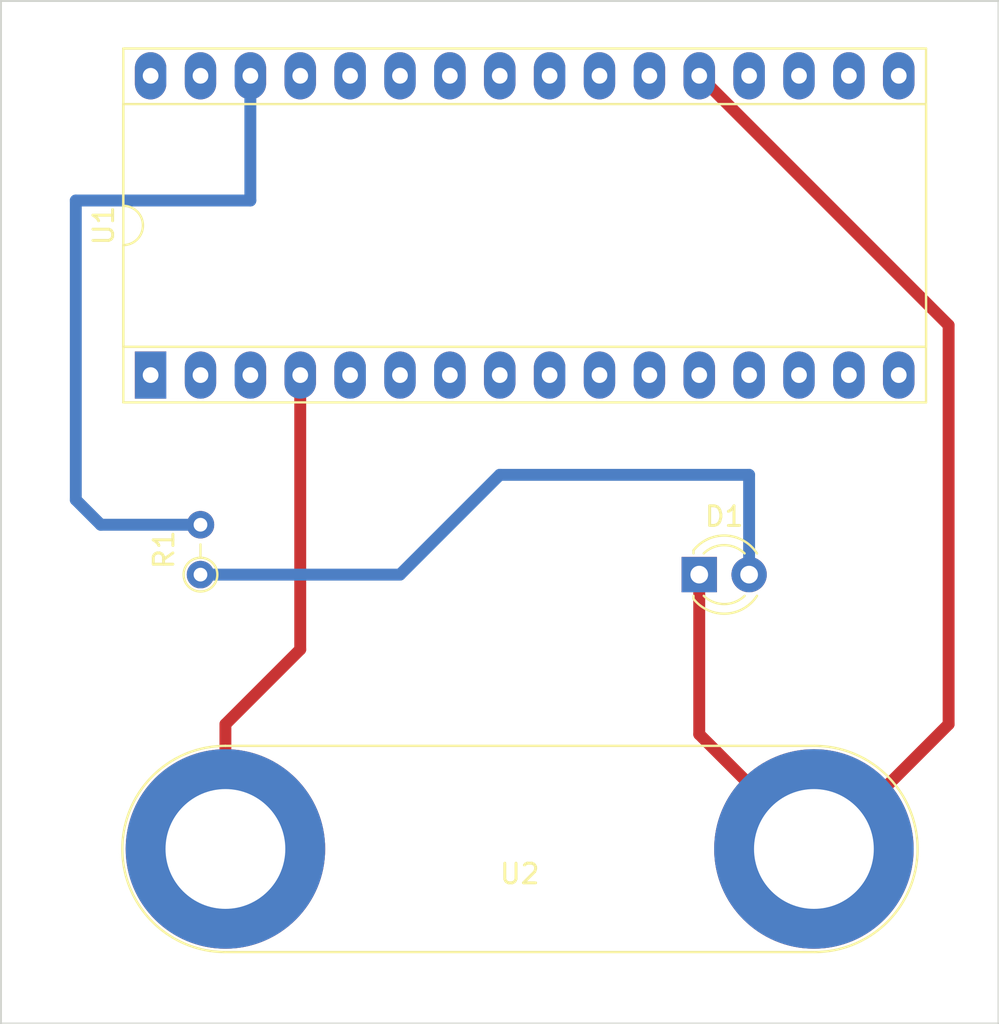
<source format=kicad_pcb>

(kicad_pcb
  (version 4)
  (host pcbnew 4.0.6)
  (general
    (links 5)
    (no_connects 0)
    (area 109.169999 96.469999 160.070001 148.640001)
    (thickness 1.6)
    (drawings 5)
    (tracks 18)
    (zones 0)
    (modules 4)
    (nets 34))
  (page A4)
  (title_block
    (title "Hello Worl")
    (date 2017-04-24)
    (comment 1 "Blinking and LED with an Atmega328p"))
  (layers
    (0 F.Cu signal)
    (31 B.Cu signal)
    (32 B.Adhes user)
    (33 F.Adhes user)
    (34 B.Paste user)
    (35 F.Paste user)
    (36 B.SilkS user)
    (37 F.SilkS user)
    (38 B.Mask user)
    (39 F.Mask user)
    (40 Dwgs.User user)
    (41 Cmts.User user)
    (42 Eco1.User user)
    (43 Eco2.User user)
    (44 Edge.Cuts user)
    (45 Margin user)
    (46 B.CrtYd user)
    (47 F.CrtYd user)
    (48 B.Fab user)
    (49 F.Fab user))
  (setup
    (last_trace_width 0.606)
    (user_trace_width 0.606)
    (trace_clearance 0.2)
    (zone_clearance 0.508)
    (zone_45_only yes)
    (trace_min 0.2)
    (segment_width 0.2)
    (edge_width 0.1)
    (via_size 0.6)
    (via_drill 0.4)
    (via_min_size 0.4)
    (via_min_drill 0.3)
    (uvia_size 0.3)
    (uvia_drill 0.1)
    (uvias_allowed no)
    (uvia_min_size 0.2)
    (uvia_min_drill 0.1)
    (pcb_text_width 0.3)
    (pcb_text_size 1.5 1.5)
    (mod_edge_width 0.15)
    (mod_text_size 1 1)
    (mod_text_width 0.15)
    (pad_size 1.5 1.5)
    (pad_drill 0.6)
    (pad_to_mask_clearance 0)
    (aux_axis_origin 0 0)
    (visible_elements FFFFFF7F)
    (pcbplotparams
      (layerselection 0x00030_80000001)
      (usegerberextensions false)
      (excludeedgelayer true)
      (linewidth 0.1)
      (plotframeref false)
      (viasonmask false)
      (mode 1)
      (useauxorigin false)
      (hpglpennumber 1)
      (hpglpenspeed 20)
      (hpglpendiameter 15)
      (hpglpenoverlay 2)
      (psnegative false)
      (psa4output false)
      (plotreference true)
      (plotvalue true)
      (plotinvisibletext false)
      (padsonsilk false)
      (subtractmaskfromsilk false)
      (outputformat 1)
      (mirror false)
      (drillshape 1)
      (scaleselection 1)
      (outputdirectory "")))
  (net 0 "")
  (net 1 GND)
  (net 2 "Net-(D1-Pad2)")
  (net 3 "Net-(R1-Pad2)")
  (net 4 "Net-(U1-Pad1)")
  (net 5 "Net-(U1-Pad17)")
  (net 6 "Net-(U1-Pad2)")
  (net 7 "Net-(U1-Pad18)")
  (net 8 "Net-(U1-Pad3)")
  (net 9 "Net-(U1-Pad19)")
  (net 10 +5V)
  (net 11 "Net-(U1-Pad20)")
  (net 12 "Net-(U1-Pad5)")
  (net 13 "Net-(U1-Pad6)")
  (net 14 "Net-(U1-Pad22)")
  (net 15 "Net-(U1-Pad7)")
  (net 16 "Net-(U1-Pad23)")
  (net 17 "Net-(U1-Pad8)")
  (net 18 "Net-(U1-Pad24)")
  (net 19 "Net-(U1-Pad9)")
  (net 20 "Net-(U1-Pad25)")
  (net 21 "Net-(U1-Pad10)")
  (net 22 "Net-(U1-Pad26)")
  (net 23 "Net-(U1-Pad11)")
  (net 24 "Net-(U1-Pad27)")
  (net 25 "Net-(U1-Pad12)")
  (net 26 "Net-(U1-Pad28)")
  (net 27 "Net-(U1-Pad13)")
  (net 28 "Net-(U1-Pad29)")
  (net 29 "Net-(U1-Pad14)")
  (net 30 "Net-(U1-Pad15)")
  (net 31 "Net-(U1-Pad31)")
  (net 32 "Net-(U1-Pad16)")
  (net 33 "Net-(U1-Pad32)")
  (net_class Default "This is the default net class."
    (clearance 0.2)
    (trace_width 0.25)
    (via_dia 0.6)
    (via_drill 0.4)
    (uvia_dia 0.3)
    (uvia_drill 0.1))
  (net_class power ""
    (clearance 0.2)
    (trace_width 0.6096)
    (via_dia 0.6)
    (via_drill 0.4)
    (uvia_dia 0.3)
    (uvia_drill 0.1)
    (add_net +5V)
    (add_net GND)
    (add_net "Net-(D1-Pad2)")
    (add_net "Net-(R1-Pad2)")
    (add_net "Net-(U1-Pad1)")
    (add_net "Net-(U1-Pad10)")
    (add_net "Net-(U1-Pad11)")
    (add_net "Net-(U1-Pad12)")
    (add_net "Net-(U1-Pad13)")
    (add_net "Net-(U1-Pad14)")
    (add_net "Net-(U1-Pad15)")
    (add_net "Net-(U1-Pad16)")
    (add_net "Net-(U1-Pad17)")
    (add_net "Net-(U1-Pad18)")
    (add_net "Net-(U1-Pad19)")
    (add_net "Net-(U1-Pad2)")
    (add_net "Net-(U1-Pad20)")
    (add_net "Net-(U1-Pad22)")
    (add_net "Net-(U1-Pad23)")
    (add_net "Net-(U1-Pad24)")
    (add_net "Net-(U1-Pad25)")
    (add_net "Net-(U1-Pad26)")
    (add_net "Net-(U1-Pad27)")
    (add_net "Net-(U1-Pad28)")
    (add_net "Net-(U1-Pad29)")
    (add_net "Net-(U1-Pad3)")
    (add_net "Net-(U1-Pad31)")
    (add_net "Net-(U1-Pad32)")
    (add_net "Net-(U1-Pad5)")
    (add_net "Net-(U1-Pad6)")
    (add_net "Net-(U1-Pad7)")
    (add_net "Net-(U1-Pad8)")
    (add_net "Net-(U1-Pad9)"))
  (module LEDs:LED_D3.0mm
    (layer F.Cu)
    (tedit 587A3A7B)
    (tstamp 58FE5895)
    (at 144.78 125.73)
    (descr "LED, diameter 3.0mm, 2 pins")
    (tags "LED diameter 3.0mm 2 pins")
    (path /58FE4B9C)
    (fp_text reference D1
      (at 1.27 -2.96)
      (layer F.SilkS)
      (effects
        (font
          (size 1 1)
          (thickness 0.15))))
    (fp_text value LED
      (at 1.27 2.96)
      (layer F.Fab)
      (effects
        (font
          (size 1 1)
          (thickness 0.15))))
    (fp_arc
      (start 1.27 0)
      (end -0.23 -1.16619)
      (angle 284.3)
      (layer F.Fab)
      (width 0.1))
    (fp_arc
      (start 1.27 0)
      (end -0.29 -1.235516)
      (angle 108.8)
      (layer F.SilkS)
      (width 0.12))
    (fp_arc
      (start 1.27 0)
      (end -0.29 1.235516)
      (angle -108.8)
      (layer F.SilkS)
      (width 0.12))
    (fp_arc
      (start 1.27 0)
      (end 0.229039 -1.08)
      (angle 87.9)
      (layer F.SilkS)
      (width 0.12))
    (fp_arc
      (start 1.27 0)
      (end 0.229039 1.08)
      (angle -87.9)
      (layer F.SilkS)
      (width 0.12))
    (fp_circle
      (center 1.27 0)
      (end 2.77 0)
      (layer F.Fab)
      (width 0.1))
    (fp_line
      (start -0.23 -1.16619)
      (end -0.23 1.16619)
      (layer F.Fab)
      (width 0.1))
    (fp_line
      (start -0.29 -1.236)
      (end -0.29 -1.08)
      (layer F.SilkS)
      (width 0.12))
    (fp_line
      (start -0.29 1.08)
      (end -0.29 1.236)
      (layer F.SilkS)
      (width 0.12))
    (fp_line
      (start -1.15 -2.25)
      (end -1.15 2.25)
      (layer F.CrtYd)
      (width 0.05))
    (fp_line
      (start -1.15 2.25)
      (end 3.7 2.25)
      (layer F.CrtYd)
      (width 0.05))
    (fp_line
      (start 3.7 2.25)
      (end 3.7 -2.25)
      (layer F.CrtYd)
      (width 0.05))
    (fp_line
      (start 3.7 -2.25)
      (end -1.15 -2.25)
      (layer F.CrtYd)
      (width 0.05))
    (pad 1 thru_hole rect
      (at 0 0)
      (size 1.8 1.8)
      (drill 0.9)
      (layers *.Cu *.Mask)
      (net 1 GND))
    (pad 2 thru_hole circle
      (at 2.54 0)
      (size 1.8 1.8)
      (drill 0.9)
      (layers *.Cu *.Mask)
      (net 2 "Net-(D1-Pad2)"))
    (model LEDs.3dshapes/LED_D3.0mm.wrl
      (at
        (xyz 0 0 0))
      (scale
        (xyz 0.393701 0.393701 0.393701))
      (rotate
        (xyz 0 0 0))))
  (module Resistors_THT:R_Axial_DIN0204_L3.6mm_D1.6mm_P2.54mm_Vertical
    (layer F.Cu)
    (tedit 5874F706)
    (tstamp 58FE589B)
    (at 119.38 125.73 90)
    (descr "Resistor, Axial_DIN0204 series, Axial, Vertical, pin pitch=2.54mm, 0.16666666666666666W = 1/6W, length*diameter=3.6*1.6mm^2, http://cdn-reichelt.de/documents/datenblatt/B400/1_4W%23YAG.pdf")
    (tags "Resistor Axial_DIN0204 series Axial Vertical pin pitch 2.54mm 0.16666666666666666W = 1/6W length 3.6mm diameter 1.6mm")
    (path /58FE4AB2)
    (fp_text reference R1
      (at 1.27 -1.86 90)
      (layer F.SilkS)
      (effects
        (font
          (size 1 1)
          (thickness 0.15))))
    (fp_text value 1k
      (at 1.27 1.86 90)
      (layer F.Fab)
      (effects
        (font
          (size 1 1)
          (thickness 0.15))))
    (fp_circle
      (center 0 0)
      (end 0.8 0)
      (layer F.Fab)
      (width 0.1))
    (fp_circle
      (center 0 0)
      (end 0.86 0)
      (layer F.SilkS)
      (width 0.12))
    (fp_line
      (start 0 0)
      (end 2.54 0)
      (layer F.Fab)
      (width 0.1))
    (fp_line
      (start 0.86 0)
      (end 1.54 0)
      (layer F.SilkS)
      (width 0.12))
    (fp_line
      (start -1.15 -1.15)
      (end -1.15 1.15)
      (layer F.CrtYd)
      (width 0.05))
    (fp_line
      (start -1.15 1.15)
      (end 3.55 1.15)
      (layer F.CrtYd)
      (width 0.05))
    (fp_line
      (start 3.55 1.15)
      (end 3.55 -1.15)
      (layer F.CrtYd)
      (width 0.05))
    (fp_line
      (start 3.55 -1.15)
      (end -1.15 -1.15)
      (layer F.CrtYd)
      (width 0.05))
    (pad 1 thru_hole circle
      (at 0 0 90)
      (size 1.4 1.4)
      (drill 0.7)
      (layers *.Cu *.Mask)
      (net 2 "Net-(D1-Pad2)"))
    (pad 2 thru_hole oval
      (at 2.54 0 90)
      (size 1.4 1.4)
      (drill 0.7)
      (layers *.Cu *.Mask)
      (net 3 "Net-(R1-Pad2)"))
    (model Resistors_THT.3dshapes/R_Axial_DIN0204_L3.6mm_D1.6mm_P2.54mm_Vertical.wrl
      (at
        (xyz 0 0 0))
      (scale
        (xyz 0.393701 0.393701 0.393701))
      (rotate
        (xyz 0 0 0))))
  (module Housings_DIP:DIP-32_W15.24mm_Socket_LongPads
    (layer F.Cu)
    (tedit 586281B5)
    (tstamp 58FE58BF)
    (at 116.84 115.57 90)
    (descr "32-lead dip package, row spacing 15.24 mm (600 mils), Socket, LongPads")
    (tags "DIL DIP PDIP 2.54mm 15.24mm 600mil Socket LongPads")
    (path /58FE4926)
    (fp_text reference U1
      (at 7.62 -2.39 90)
      (layer F.SilkS)
      (effects
        (font
          (size 1 1)
          (thickness 0.15))))
    (fp_text value ATMEGA328P-AU
      (at 7.62 40.49 90)
      (layer F.Fab)
      (effects
        (font
          (size 1 1)
          (thickness 0.15))))
    (fp_arc
      (start 7.62 -1.39)
      (end 6.62 -1.39)
      (angle -180)
      (layer F.SilkS)
      (width 0.12))
    (fp_line
      (start 1.255 -1.27)
      (end 14.985 -1.27)
      (layer F.Fab)
      (width 0.1))
    (fp_line
      (start 14.985 -1.27)
      (end 14.985 39.37)
      (layer F.Fab)
      (width 0.1))
    (fp_line
      (start 14.985 39.37)
      (end 0.255 39.37)
      (layer F.Fab)
      (width 0.1))
    (fp_line
      (start 0.255 39.37)
      (end 0.255 -0.27)
      (layer F.Fab)
      (width 0.1))
    (fp_line
      (start 0.255 -0.27)
      (end 1.255 -1.27)
      (layer F.Fab)
      (width 0.1))
    (fp_line
      (start -1.27 -1.27)
      (end -1.27 39.37)
      (layer F.Fab)
      (width 0.1))
    (fp_line
      (start -1.27 39.37)
      (end 16.51 39.37)
      (layer F.Fab)
      (width 0.1))
    (fp_line
      (start 16.51 39.37)
      (end 16.51 -1.27)
      (layer F.Fab)
      (width 0.1))
    (fp_line
      (start 16.51 -1.27)
      (end -1.27 -1.27)
      (layer F.Fab)
      (width 0.1))
    (fp_line
      (start 6.62 -1.39)
      (end 1.44 -1.39)
      (layer F.SilkS)
      (width 0.12))
    (fp_line
      (start 1.44 -1.39)
      (end 1.44 39.49)
      (layer F.SilkS)
      (width 0.12))
    (fp_line
      (start 1.44 39.49)
      (end 13.8 39.49)
      (layer F.SilkS)
      (width 0.12))
    (fp_line
      (start 13.8 39.49)
      (end 13.8 -1.39)
      (layer F.SilkS)
      (width 0.12))
    (fp_line
      (start 13.8 -1.39)
      (end 8.62 -1.39)
      (layer F.SilkS)
      (width 0.12))
    (fp_line
      (start -1.39 -1.39)
      (end -1.39 39.49)
      (layer F.SilkS)
      (width 0.12))
    (fp_line
      (start -1.39 39.49)
      (end 16.63 39.49)
      (layer F.SilkS)
      (width 0.12))
    (fp_line
      (start 16.63 39.49)
      (end 16.63 -1.39)
      (layer F.SilkS)
      (width 0.12))
    (fp_line
      (start 16.63 -1.39)
      (end -1.39 -1.39)
      (layer F.SilkS)
      (width 0.12))
    (fp_line
      (start -1.7 -1.7)
      (end -1.7 39.8)
      (layer F.CrtYd)
      (width 0.05))
    (fp_line
      (start -1.7 39.8)
      (end 16.9 39.8)
      (layer F.CrtYd)
      (width 0.05))
    (fp_line
      (start 16.9 39.8)
      (end 16.9 -1.7)
      (layer F.CrtYd)
      (width 0.05))
    (fp_line
      (start 16.9 -1.7)
      (end -1.7 -1.7)
      (layer F.CrtYd)
      (width 0.05))
    (pad 1 thru_hole rect
      (at 0 0 90)
      (size 2.4 1.6)
      (drill 0.8)
      (layers *.Cu *.Mask)
      (net 4 "Net-(U1-Pad1)"))
    (pad 17 thru_hole oval
      (at 15.24 38.1 90)
      (size 2.4 1.6)
      (drill 0.8)
      (layers *.Cu *.Mask)
      (net 5 "Net-(U1-Pad17)"))
    (pad 2 thru_hole oval
      (at 0 2.54 90)
      (size 2.4 1.6)
      (drill 0.8)
      (layers *.Cu *.Mask)
      (net 6 "Net-(U1-Pad2)"))
    (pad 18 thru_hole oval
      (at 15.24 35.56 90)
      (size 2.4 1.6)
      (drill 0.8)
      (layers *.Cu *.Mask)
      (net 7 "Net-(U1-Pad18)"))
    (pad 3 thru_hole oval
      (at 0 5.08 90)
      (size 2.4 1.6)
      (drill 0.8)
      (layers *.Cu *.Mask)
      (net 8 "Net-(U1-Pad3)"))
    (pad 19 thru_hole oval
      (at 15.24 33.02 90)
      (size 2.4 1.6)
      (drill 0.8)
      (layers *.Cu *.Mask)
      (net 9 "Net-(U1-Pad19)"))
    (pad 4 thru_hole oval
      (at 0 7.62 90)
      (size 2.4 1.6)
      (drill 0.8)
      (layers *.Cu *.Mask)
      (net 10 +5V))
    (pad 20 thru_hole oval
      (at 15.24 30.48 90)
      (size 2.4 1.6)
      (drill 0.8)
      (layers *.Cu *.Mask)
      (net 11 "Net-(U1-Pad20)"))
    (pad 5 thru_hole oval
      (at 0 10.16 90)
      (size 2.4 1.6)
      (drill 0.8)
      (layers *.Cu *.Mask)
      (net 12 "Net-(U1-Pad5)"))
    (pad 21 thru_hole oval
      (at 15.24 27.94 90)
      (size 2.4 1.6)
      (drill 0.8)
      (layers *.Cu *.Mask)
      (net 1 GND))
    (pad 6 thru_hole oval
      (at 0 12.7 90)
      (size 2.4 1.6)
      (drill 0.8)
      (layers *.Cu *.Mask)
      (net 13 "Net-(U1-Pad6)"))
    (pad 22 thru_hole oval
      (at 15.24 25.4 90)
      (size 2.4 1.6)
      (drill 0.8)
      (layers *.Cu *.Mask)
      (net 14 "Net-(U1-Pad22)"))
    (pad 7 thru_hole oval
      (at 0 15.24 90)
      (size 2.4 1.6)
      (drill 0.8)
      (layers *.Cu *.Mask)
      (net 15 "Net-(U1-Pad7)"))
    (pad 23 thru_hole oval
      (at 15.24 22.86 90)
      (size 2.4 1.6)
      (drill 0.8)
      (layers *.Cu *.Mask)
      (net 16 "Net-(U1-Pad23)"))
    (pad 8 thru_hole oval
      (at 0 17.78 90)
      (size 2.4 1.6)
      (drill 0.8)
      (layers *.Cu *.Mask)
      (net 17 "Net-(U1-Pad8)"))
    (pad 24 thru_hole oval
      (at 15.24 20.32 90)
      (size 2.4 1.6)
      (drill 0.8)
      (layers *.Cu *.Mask)
      (net 18 "Net-(U1-Pad24)"))
    (pad 9 thru_hole oval
      (at 0 20.32 90)
      (size 2.4 1.6)
      (drill 0.8)
      (layers *.Cu *.Mask)
      (net 19 "Net-(U1-Pad9)"))
    (pad 25 thru_hole oval
      (at 15.24 17.78 90)
      (size 2.4 1.6)
      (drill 0.8)
      (layers *.Cu *.Mask)
      (net 20 "Net-(U1-Pad25)"))
    (pad 10 thru_hole oval
      (at 0 22.86 90)
      (size 2.4 1.6)
      (drill 0.8)
      (layers *.Cu *.Mask)
      (net 21 "Net-(U1-Pad10)"))
    (pad 26 thru_hole oval
      (at 15.24 15.24 90)
      (size 2.4 1.6)
      (drill 0.8)
      (layers *.Cu *.Mask)
      (net 22 "Net-(U1-Pad26)"))
    (pad 11 thru_hole oval
      (at 0 25.4 90)
      (size 2.4 1.6)
      (drill 0.8)
      (layers *.Cu *.Mask)
      (net 23 "Net-(U1-Pad11)"))
    (pad 27 thru_hole oval
      (at 15.24 12.7 90)
      (size 2.4 1.6)
      (drill 0.8)
      (layers *.Cu *.Mask)
      (net 24 "Net-(U1-Pad27)"))
    (pad 12 thru_hole oval
      (at 0 27.94 90)
      (size 2.4 1.6)
      (drill 0.8)
      (layers *.Cu *.Mask)
      (net 25 "Net-(U1-Pad12)"))
    (pad 28 thru_hole oval
      (at 15.24 10.16 90)
      (size 2.4 1.6)
      (drill 0.8)
      (layers *.Cu *.Mask)
      (net 26 "Net-(U1-Pad28)"))
    (pad 13 thru_hole oval
      (at 0 30.48 90)
      (size 2.4 1.6)
      (drill 0.8)
      (layers *.Cu *.Mask)
      (net 27 "Net-(U1-Pad13)"))
    (pad 29 thru_hole oval
      (at 15.24 7.62 90)
      (size 2.4 1.6)
      (drill 0.8)
      (layers *.Cu *.Mask)
      (net 28 "Net-(U1-Pad29)"))
    (pad 14 thru_hole oval
      (at 0 33.02 90)
      (size 2.4 1.6)
      (drill 0.8)
      (layers *.Cu *.Mask)
      (net 29 "Net-(U1-Pad14)"))
    (pad 30 thru_hole oval
      (at 15.24 5.08 90)
      (size 2.4 1.6)
      (drill 0.8)
      (layers *.Cu *.Mask)
      (net 3 "Net-(R1-Pad2)"))
    (pad 15 thru_hole oval
      (at 0 35.56 90)
      (size 2.4 1.6)
      (drill 0.8)
      (layers *.Cu *.Mask)
      (net 30 "Net-(U1-Pad15)"))
    (pad 31 thru_hole oval
      (at 15.24 2.54 90)
      (size 2.4 1.6)
      (drill 0.8)
      (layers *.Cu *.Mask)
      (net 31 "Net-(U1-Pad31)"))
    (pad 16 thru_hole oval
      (at 0 38.1 90)
      (size 2.4 1.6)
      (drill 0.8)
      (layers *.Cu *.Mask)
      (net 32 "Net-(U1-Pad16)"))
    (pad 32 thru_hole oval
      (at 15.24 0 90)
      (size 2.4 1.6)
      (drill 0.8)
      (layers *.Cu *.Mask)
      (net 33 "Net-(U1-Pad32)"))
    (model Housings_DIP.3dshapes/DIP-32_W15.24mm_Socket_LongPads.wrl
      (at
        (xyz 0 0 0))
      (scale
        (xyz 1 1 1))
      (rotate
        (xyz 0 0 0))))
  (module Connectors:Banana_Jack_2Pin
    (layer F.Cu)
    (tedit 58613A91)
    (tstamp 58FE5FA3)
    (at 120.65 139.7)
    (descr "Dual banana socket, footprint - 2 x 6mm drills")
    (tags "banana socket")
    (path /58FE635C)
    (fp_text reference U2
      (at 14.99 1.27)
      (layer F.SilkS)
      (effects
        (font
          (size 1 1)
          (thickness 0.15))))
    (fp_text value myConn2
      (at 14.99 -1.27)
      (layer F.Fab)
      (effects
        (font
          (size 1 1)
          (thickness 0.15))))
    (fp_line
      (start 30 -5.5)
      (end 0 -5.5)
      (layer F.CrtYd)
      (width 0.05))
    (fp_line
      (start 0 5.5)
      (end 30 5.5)
      (layer F.CrtYd)
      (width 0.05))
    (fp_line
      (start 0 5.25)
      (end 30 5.25)
      (layer F.SilkS)
      (width 0.12))
    (fp_line
      (start 30 -5.25)
      (end 0 -5.25)
      (layer F.SilkS)
      (width 0.12))
    (fp_circle
      (center 30 0)
      (end 32 0)
      (layer F.Fab)
      (width 0.1))
    (fp_circle
      (center 0 0)
      (end 2 0)
      (layer F.Fab)
      (width 0.1))
    (fp_circle
      (center 0 0)
      (end 4.75 0)
      (layer F.Fab)
      (width 0.1))
    (fp_circle
      (center 30 0)
      (end 34.75 0)
      (layer F.Fab)
      (width 0.1))
    (fp_arc
      (start 0 0)
      (end 0 5.5)
      (angle 180)
      (layer F.CrtYd)
      (width 0.05))
    (fp_arc
      (start 30 0)
      (end 30 -5.5)
      (angle 180)
      (layer F.CrtYd)
      (width 0.05))
    (fp_arc
      (start 30 0)
      (end 30 -5.25)
      (angle 180)
      (layer F.SilkS)
      (width 0.12))
    (fp_arc
      (start 0 0)
      (end 0 5.25)
      (angle 180)
      (layer F.SilkS)
      (width 0.12))
    (pad 1 thru_hole circle
      (at 0 0)
      (size 10.16 10.16)
      (drill 6.1)
      (layers *.Cu *.Mask)
      (net 10 +5V))
    (pad 2 thru_hole circle
      (at 29.97 0)
      (size 10.16 10.16)
      (drill 6.1)
      (layers *.Cu *.Mask)
      (net 1 GND))
    (model Connectors.3dshapes/Banana_Jack_2Pin.wrl
      (at
        (xyz 0.59 0 0))
      (scale
        (xyz 2 2 2))
      (rotate
        (xyz 0 0 0))))
  (gr_line
    (start 109.22 96.52)
    (end 109.22 99.06)
    (angle 90)
    (layer Edge.Cuts)
    (width 0.1))
  (gr_line
    (start 160.02 96.52)
    (end 109.22 96.52)
    (angle 90)
    (layer Edge.Cuts)
    (width 0.1))
  (gr_line
    (start 160.02 148.59)
    (end 160.02 96.52)
    (angle 90)
    (layer Edge.Cuts)
    (width 0.1))
  (gr_line
    (start 109.22 148.59)
    (end 160.02 148.59)
    (angle 90)
    (layer Edge.Cuts)
    (width 0.1))
  (gr_line
    (start 109.22 99.06)
    (end 109.22 148.59)
    (angle 90)
    (layer Edge.Cuts)
    (width 0.1))
  (segment
    (start 157.48 133.35)
    (end 157.48 113.03)
    (width 0.606)
    (layer F.Cu)
    (net 1))
  (segment
    (start 151.13 139.7)
    (end 157.48 133.35)
    (width 0.606)
    (layer F.Cu)
    (net 1)
    (tstamp 58FE6C79)
    (status 400000))
  (segment
    (start 157.48 113.03)
    (end 144.78 100.33)
    (width 0.606)
    (layer F.Cu)
    (net 1)
    (tstamp 58FE6C7F)
    (status 800000))
  (segment
    (start 150.62 139.7)
    (end 151.13 139.7)
    (width 0.606)
    (layer F.Cu)
    (net 1)
    (status C00000))
  (segment
    (start 144.78 125.73)
    (end 144.78 133.86)
    (width 0.606)
    (layer F.Cu)
    (net 1)
    (status 400000))
  (segment
    (start 144.78 133.86)
    (end 150.62 139.7)
    (width 0.606)
    (layer F.Cu)
    (net 1)
    (tstamp 58FE6A4F)
    (status 800000))
  (segment
    (start 147.32 125.73)
    (end 147.32 120.65)
    (width 0.606)
    (layer B.Cu)
    (net 2)
    (status 400000))
  (segment
    (start 129.54 125.73)
    (end 119.38 125.73)
    (width 0.606)
    (layer B.Cu)
    (net 2)
    (tstamp 58FE6965)
    (status 800000))
  (segment
    (start 134.62 120.65)
    (end 129.54 125.73)
    (width 0.606)
    (layer B.Cu)
    (net 2)
    (tstamp 58FE6962))
  (segment
    (start 147.32 120.65)
    (end 134.62 120.65)
    (width 0.606)
    (layer B.Cu)
    (net 2)
    (tstamp 58FE6961))
  (segment
    (start 119.38 123.19)
    (end 114.3 123.19)
    (width 0.606)
    (layer B.Cu)
    (net 3)
    (status 400000))
  (segment
    (start 121.92 106.68)
    (end 121.92 100.33)
    (width 0.606)
    (layer B.Cu)
    (net 3)
    (tstamp 58FE6984)
    (status 800000))
  (segment
    (start 113.03 106.68)
    (end 121.92 106.68)
    (width 0.606)
    (layer B.Cu)
    (net 3)
    (tstamp 58FE6983))
  (segment
    (start 113.03 121.92)
    (end 113.03 106.68)
    (width 0.606)
    (layer B.Cu)
    (net 3)
    (tstamp 58FE6981))
  (segment
    (start 114.3 123.19)
    (end 113.03 121.92)
    (width 0.606)
    (layer B.Cu)
    (net 3)
    (tstamp 58FE697F))
  (segment
    (start 120.65 139.7)
    (end 120.65 133.35)
    (width 0.606)
    (layer F.Cu)
    (net 10)
    (status 400000))
  (segment
    (start 124.46 129.54)
    (end 124.46 115.57)
    (width 0.606)
    (layer F.Cu)
    (net 10)
    (tstamp 58FE6279)
    (status 800000))
  (segment
    (start 120.65 133.35)
    (end 124.46 129.54)
    (width 0.606)
    (layer F.Cu)
    (net 10)
    (tstamp 58FE6274)))
</source>
